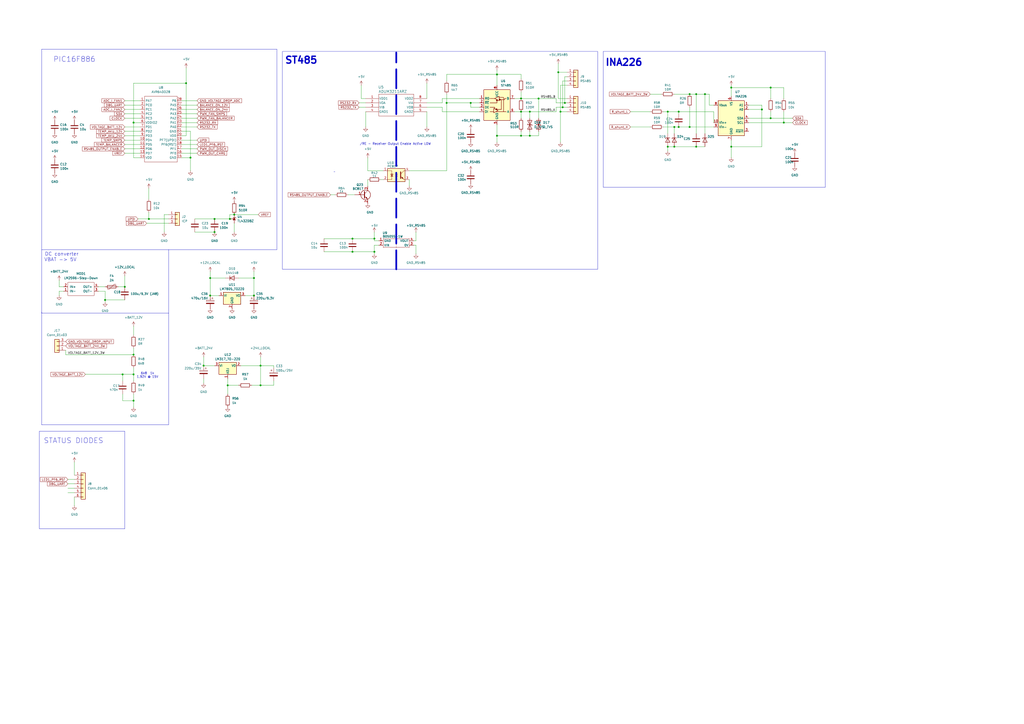
<source format=kicad_sch>
(kicad_sch (version 20231120) (generator "eeschema") (generator_version "8.0")
  (paper "A2")
  (junction (at 132.08 223.52))
  (junction (at 124.46 127))
  (junction (at 387.35 85.09))
  (junction (at 441.96 63.5))
  (junction (at 259.08 59.69))
  (junction (at 403.86 54.61))
  (junction (at 124.46 134.62))
  (junction (at 400.05 54.61))
  (junction (at 312.42 57.15))
  (junction (at 77.47 205.74))
  (junction (at 327.66 59.69))
  (junction (at 302.26 78.74))
  (junction (at 288.29 43.18))
  (junction (at 217.17 146.05))
  (junction (at 135.89 124.46))
  (junction (at 151.13 212.09))
  (junction (at 71.12 217.17))
  (junction (at 204.47 138.43))
  (junction (at 110.49 91.44))
  (junction (at 403.86 85.09))
  (junction (at 147.32 171.45))
  (junction (at 447.04 50.8))
  (junction (at 307.34 64.77))
  (junction (at 77.47 232.41))
  (junction (at 133.35 127))
  (junction (at 118.11 212.09))
  (junction (at 447.04 68.58))
  (junction (at 323.85 41.91))
  (junction (at 326.39 62.23))
  (junction (at 217.17 138.43))
  (junction (at 288.29 78.74))
  (junction (at 424.18 85.09))
  (junction (at 77.47 71.12))
  (junction (at 393.7 73.66))
  (junction (at 391.16 73.66))
  (junction (at 107.95 48.26))
  (junction (at 393.7 64.77))
  (junction (at 454.66 71.12))
  (junction (at 204.47 146.05))
  (junction (at 147.32 161.29))
  (junction (at 72.39 166.37))
  (junction (at 60.96 173.99))
  (junction (at 86.36 127))
  (junction (at 302.26 64.77))
  (junction (at 121.92 161.29))
  (junction (at 302.26 57.15))
  (junction (at 391.16 85.09))
  (junction (at 121.92 171.45))
  (junction (at 307.34 78.74))
  (junction (at 408.94 54.61))
  (junction (at 400.05 73.66))
  (junction (at 424.18 50.8))
  (junction (at 387.35 64.77))
  (junction (at 151.13 223.52))
  (junction (at 77.47 217.17))
  (junction (at 325.12 64.77))
  (junction (at 273.05 59.69))
  (wire (pts (xy 97.79 124.46) (xy 95.25 124.46)))
  (wire (pts (xy 259.08 59.69) (xy 273.05 59.69)))
  (wire (pts (xy 447.04 50.8) (xy 447.04 57.15)))
  (wire (pts (xy 34.29 171.45) (xy 34.29 168.91)))
  (wire (pts (xy 408.94 54.61) (xy 408.94 77.47)))
  (wire (pts (xy 81.28 86.36) (xy 72.39 86.36)))
  (wire (pts (xy 256.54 62.23) (xy 256.54 64.77)))
  (polyline (pts (xy 97.79 144.78) (xy 97.79 181.61)))
  (wire (pts (xy 424.18 49.53) (xy 424.18 50.8)))
  (wire (pts (xy 81.28 78.74) (xy 72.39 78.74)))
  (wire (pts (xy 71.12 217.17) (xy 77.47 217.17)))
  (wire (pts (xy 60.96 168.91) (xy 57.15 168.91)))
  (wire (pts (xy 147.32 171.45) (xy 147.32 161.29)))
  (wire (pts (xy 424.18 50.8) (xy 447.04 50.8)))
  (wire (pts (xy 411.48 54.61) (xy 408.94 54.61)))
  (wire (pts (xy 387.35 64.77) (xy 393.7 64.77)))
  (wire (pts (xy 77.47 232.41) (xy 77.47 236.22)))
  (wire (pts (xy 322.58 62.23) (xy 322.58 64.77)))
  (wire (pts (xy 298.45 57.15) (xy 302.26 57.15)))
  (wire (pts (xy 256.54 57.15) (xy 278.13 57.15)))
  (wire (pts (xy 241.3 139.7) (xy 241.3 134.62)))
  (polyline (pts (xy 160.655 28.575) (xy 160.655 144.78)))
  (wire (pts (xy 328.93 44.45) (xy 327.66 44.45)))
  (wire (pts (xy 447.04 68.58) (xy 459.74 68.58)))
  (wire (pts (xy 71.12 217.17) (xy 71.12 220.98)))
  (wire (pts (xy 77.47 213.36) (xy 77.47 217.17)))
  (wire (pts (xy 81.28 88.9) (xy 72.39 88.9)))
  (wire (pts (xy 328.93 62.23) (xy 326.39 62.23)))
  (wire (pts (xy 237.49 104.14) (xy 237.49 107.95)))
  (wire (pts (xy 325.12 82.55) (xy 325.12 64.77)))
  (wire (pts (xy 411.48 60.96) (xy 411.48 54.61)))
  (wire (pts (xy 71.12 228.6) (xy 71.12 232.41)))
  (wire (pts (xy 72.39 66.04) (xy 81.28 66.04)))
  (wire (pts (xy 201.93 113.03) (xy 205.74 113.03)))
  (wire (pts (xy 377.19 54.61) (xy 383.54 54.61)))
  (wire (pts (xy 114.3 86.36) (xy 105.41 86.36)))
  (wire (pts (xy 81.28 76.2) (xy 72.39 76.2)))
  (wire (pts (xy 43.18 288.29) (xy 43.18 293.37)))
  (wire (pts (xy 323.85 57.15) (xy 323.85 41.91)))
  (wire (pts (xy 132.08 223.52) (xy 132.08 228.6)))
  (wire (pts (xy 39.37 283.21) (xy 43.18 283.21)))
  (wire (pts (xy 312.42 76.2) (xy 312.42 78.74)))
  (wire (pts (xy 187.96 138.43) (xy 204.47 138.43)))
  (wire (pts (xy 302.26 64.77) (xy 307.34 64.77)))
  (wire (pts (xy 434.34 68.58) (xy 447.04 68.58)))
  (wire (pts (xy 72.39 160.02) (xy 72.39 166.37)))
  (wire (pts (xy 213.36 91.44) (xy 213.36 99.06)))
  (wire (pts (xy 391.16 73.66) (xy 393.7 73.66)))
  (polyline (pts (xy 97.79 144.78) (xy 160.655 144.78)))
  (wire (pts (xy 133.35 127) (xy 133.35 124.46)))
  (wire (pts (xy 387.35 64.77) (xy 387.35 77.47)))
  (wire (pts (xy 278.13 62.23) (xy 273.05 62.23)))
  (wire (pts (xy 302.26 53.34) (xy 302.26 57.15)))
  (wire (pts (xy 39.37 285.75) (xy 43.18 285.75)))
  (wire (pts (xy 325.12 49.53) (xy 328.93 49.53)))
  (polyline (pts (xy 97.79 246.38) (xy 97.79 181.61)))
  (wire (pts (xy 247.65 62.23) (xy 256.54 62.23)))
  (wire (pts (xy 105.41 78.74) (xy 107.95 78.74)))
  (wire (pts (xy 273.05 59.69) (xy 278.13 59.69)))
  (wire (pts (xy 247.65 48.26) (xy 247.65 57.15)))
  (wire (pts (xy 114.3 68.58) (xy 105.41 68.58)))
  (wire (pts (xy 217.17 138.43) (xy 217.17 134.62)))
  (wire (pts (xy 80.01 127) (xy 86.36 127)))
  (wire (pts (xy 322.58 59.69) (xy 322.58 57.15)))
  (wire (pts (xy 77.47 91.44) (xy 77.47 71.12)))
  (wire (pts (xy 391.16 85.09) (xy 403.86 85.09)))
  (wire (pts (xy 133.35 124.46) (xy 135.89 124.46)))
  (wire (pts (xy 139.7 212.09) (xy 151.13 212.09)))
  (wire (pts (xy 158.75 212.09) (xy 151.13 212.09)))
  (wire (pts (xy 434.34 63.5) (xy 441.96 63.5)))
  (wire (pts (xy 403.86 54.61) (xy 403.86 77.47)))
  (wire (pts (xy 312.42 57.15) (xy 312.42 68.58)))
  (wire (pts (xy 325.12 64.77) (xy 328.93 64.77)))
  (wire (pts (xy 146.05 223.52) (xy 151.13 223.52)))
  (wire (pts (xy 85.09 129.54) (xy 97.79 129.54)))
  (wire (pts (xy 391.16 54.61) (xy 400.05 54.61)))
  (wire (pts (xy 121.92 161.29) (xy 130.81 161.29)))
  (wire (pts (xy 204.47 146.05) (xy 217.17 146.05)))
  (wire (pts (xy 114.3 81.28) (xy 105.41 81.28)))
  (wire (pts (xy 208.28 62.23) (xy 212.09 62.23)))
  (wire (pts (xy 217.17 147.32) (xy 217.17 146.05)))
  (wire (pts (xy 77.47 217.17) (xy 77.47 220.98)))
  (wire (pts (xy 307.34 78.74) (xy 302.26 78.74)))
  (wire (pts (xy 110.49 76.2) (xy 105.41 76.2)))
  (wire (pts (xy 259.08 99.06) (xy 237.49 99.06)))
  (wire (pts (xy 124.46 212.09) (xy 118.11 212.09)))
  (wire (pts (xy 138.43 161.29) (xy 147.32 161.29)))
  (wire (pts (xy 77.47 71.12) (xy 77.47 48.26)))
  (wire (pts (xy 302.26 45.72) (xy 302.26 43.18)))
  (wire (pts (xy 414.02 60.96) (xy 411.48 60.96)))
  (wire (pts (xy 393.7 73.66) (xy 400.05 73.66)))
  (wire (pts (xy 217.17 146.05) (xy 217.17 142.24)))
  (wire (pts (xy 325.12 64.77) (xy 325.12 49.53)))
  (wire (pts (xy 220.98 104.14) (xy 222.25 104.14)))
  (wire (pts (xy 191.77 113.03) (xy 194.31 113.03)))
  (wire (pts (xy 434.34 71.12) (xy 454.66 71.12)))
  (wire (pts (xy 81.28 81.28) (xy 72.39 81.28)))
  (wire (pts (xy 77.47 228.6) (xy 77.47 232.41)))
  (wire (pts (xy 217.17 139.7) (xy 217.17 138.43)))
  (wire (pts (xy 247.65 59.69) (xy 256.54 59.69)))
  (wire (pts (xy 213.36 99.06) (xy 222.25 99.06)))
  (wire (pts (xy 86.36 109.22) (xy 86.36 115.57)))
  (wire (pts (xy 81.28 73.66) (xy 72.39 73.66)))
  (wire (pts (xy 105.41 91.44) (xy 110.49 91.44)))
  (wire (pts (xy 302.26 78.74) (xy 288.29 78.74)))
  (wire (pts (xy 34.29 168.91) (xy 36.83 168.91)))
  (wire (pts (xy 365.76 64.77) (xy 377.19 64.77)))
  (polyline (pts (xy 24.13 28.575) (xy 160.655 28.575)))
  (wire (pts (xy 81.28 63.5) (xy 72.39 63.5)))
  (wire (pts (xy 441.96 60.96) (xy 434.34 60.96)))
  (wire (pts (xy 328.93 46.99) (xy 326.39 46.99)))
  (wire (pts (xy 151.13 223.52) (xy 151.13 212.09)))
  (polyline (pts (xy 193.675 99.695) (xy 194.31 99.695)))
  (wire (pts (xy 247.65 73.66) (xy 247.65 64.77)))
  (wire (pts (xy 454.66 50.8) (xy 454.66 57.15)))
  (wire (pts (xy 403.86 54.61) (xy 400.05 54.61)))
  (wire (pts (xy 312.42 57.15) (xy 322.58 57.15)))
  (wire (pts (xy 107.95 39.37) (xy 107.95 48.26)))
  (wire (pts (xy 302.26 43.18) (xy 288.29 43.18)))
  (wire (pts (xy 323.85 41.91) (xy 323.85 36.83)))
  (wire (pts (xy 151.13 223.52) (xy 158.75 223.52)))
  (wire (pts (xy 77.47 189.23) (xy 77.47 194.31)))
  (wire (pts (xy 60.96 173.99) (xy 72.39 173.99)))
  (wire (pts (xy 105.41 63.5) (xy 114.3 63.5)))
  (wire (pts (xy 393.7 64.77) (xy 414.02 64.77)))
  (polyline (pts (xy 22.86 306.705) (xy 72.39 306.705)))
  (wire (pts (xy 158.75 213.36) (xy 158.75 212.09)))
  (wire (pts (xy 77.47 232.41) (xy 71.12 232.41)))
  (wire (pts (xy 81.28 60.96) (xy 72.39 60.96)))
  (wire (pts (xy 72.39 68.58) (xy 81.28 68.58)))
  (wire (pts (xy 81.28 58.42) (xy 72.39 58.42)))
  (wire (pts (xy 259.08 43.18) (xy 288.29 43.18)))
  (wire (pts (xy 81.28 91.44) (xy 77.47 91.44)))
  (wire (pts (xy 77.47 48.26) (xy 107.95 48.26)))
  (wire (pts (xy 110.49 91.44) (xy 110.49 76.2)))
  (wire (pts (xy 288.29 40.64) (xy 288.29 43.18)))
  (wire (pts (xy 132.08 223.52) (xy 132.08 219.71)))
  (wire (pts (xy 113.03 134.62) (xy 124.46 134.62)))
  (wire (pts (xy 241.3 147.32) (xy 241.3 142.24)))
  (wire (pts (xy 38.1 205.74) (xy 38.1 203.2)))
  (wire (pts (xy 365.76 73.66) (xy 377.19 73.66)))
  (wire (pts (xy 38.1 205.74) (xy 77.47 205.74)))
  (wire (pts (xy 113.03 127) (xy 124.46 127)))
  (wire (pts (xy 208.28 59.69) (xy 212.09 59.69)))
  (polyline (pts (xy 72.39 250.19) (xy 22.86 250.19)))
  (wire (pts (xy 454.66 64.77) (xy 454.66 71.12)))
  (wire (pts (xy 447.04 64.77) (xy 447.04 68.58)))
  (wire (pts (xy 447.04 50.8) (xy 454.66 50.8)))
  (wire (pts (xy 213.36 107.95) (xy 213.36 104.14)))
  (wire (pts (xy 86.36 127) (xy 97.79 127)))
  (wire (pts (xy 400.05 62.23) (xy 400.05 73.66)))
  (wire (pts (xy 424.18 81.28) (xy 424.18 85.09)))
  (wire (pts (xy 68.58 166.37) (xy 72.39 166.37)))
  (wire (pts (xy 118.11 212.09) (xy 118.11 207.01)))
  (wire (pts (xy 387.35 87.63) (xy 387.35 85.09)))
  (wire (pts (xy 323.85 41.91) (xy 328.93 41.91)))
  (wire (pts (xy 307.34 76.2) (xy 307.34 78.74)))
  (wire (pts (xy 302.26 64.77) (xy 302.26 68.58)))
  (wire (pts (xy 77.47 71.12) (xy 81.28 71.12)))
  (wire (pts (xy 36.83 166.37) (xy 34.29 166.37)))
  (wire (pts (xy 326.39 46.99) (xy 326.39 62.23)))
  (wire (pts (xy 127 171.45) (xy 121.92 171.45)))
  (wire (pts (xy 424.18 85.09) (xy 424.18 91.44)))
  (wire (pts (xy 151.13 212.09) (xy 151.13 207.01)))
  (wire (pts (xy 43.18 267.97) (xy 43.18 275.59)))
  (wire (pts (xy 114.3 73.66) (xy 105.41 73.66)))
  (wire (pts (xy 34.29 166.37) (xy 34.29 162.56)))
  (wire (pts (xy 204.47 138.43) (xy 217.17 138.43)))
  (wire (pts (xy 424.18 50.8) (xy 424.18 55.88)))
  (polyline (pts (xy 24.13 246.38) (xy 97.79 246.38)))
  (polyline (pts (xy 24.13 181.61) (xy 24.13 28.575)))
  (wire (pts (xy 209.55 57.15) (xy 209.55 49.53)))
  (wire (pts (xy 105.41 83.82) (xy 114.3 83.82)))
  (wire (pts (xy 288.29 43.18) (xy 288.29 49.53)))
  (wire (pts (xy 135.89 129.54) (xy 135.89 134.62)))
  (wire (pts (xy 121.92 171.45) (xy 121.92 161.29)))
  (wire (pts (xy 212.09 57.15) (xy 209.55 57.15)))
  (polyline (pts (xy 229.87 156.21) (xy 229.87 30.48)) (stroke (width 1) (type dash)))
  (wire (pts (xy 307.34 64.77) (xy 322.58 64.77)))
  (polyline (pts (xy 97.79 181.61) (xy 24.13 181.61)))
  (wire (pts (xy 60.96 173.99) (xy 60.96 175.26)))
  (wire (pts (xy 49.53 217.17) (xy 71.12 217.17)))
  (wire (pts (xy 138.43 223.52) (xy 132.08 223.52)))
  (wire (pts (xy 273.05 62.23) (xy 273.05 59.69)))
  (wire (pts (xy 424.18 85.09) (xy 441.96 85.09)))
  (wire (pts (xy 107.95 48.26) (xy 107.95 78.74)))
  (polyline (pts (xy 22.86 306.705) (xy 22.86 250.19)))
  (wire (pts (xy 219.71 139.7) (xy 217.17 139.7)))
  (wire (pts (xy 212.09 73.66) (xy 212.09 64.77)))
  (polyline (pts (xy 24.13 181.61) (xy 24.13 180.975)))
  (wire (pts (xy 147.32 161.29) (xy 147.32 157.48)))
  (wire (pts (xy 158.75 223.52) (xy 158.75 220.98)))
  (wire (pts (xy 298.45 64.77) (xy 302.26 64.77)))
  (wire (pts (xy 384.81 73.66) (xy 391.16 73.66)))
  (wire (pts (xy 124.46 127) (xy 133.35 127)))
  (wire (pts (xy 217.17 142.24) (xy 219.71 142.24)))
  (wire (pts (xy 135.89 124.46) (xy 149.86 124.46)))
  (wire (pts (xy 393.7 64.77) (xy 393.7 66.04)))
  (wire (pts (xy 384.81 64.77) (xy 387.35 64.77)))
  (wire (pts (xy 86.36 123.19) (xy 86.36 127)))
  (wire (pts (xy 454.66 71.12) (xy 459.74 71.12)))
  (wire (pts (xy 60.96 168.91) (xy 60.96 173.99)))
  (wire (pts (xy 95.25 124.46) (xy 95.25 134.62)))
  (wire (pts (xy 312.42 78.74) (xy 307.34 78.74)))
  (wire (pts (xy 259.08 46.99) (xy 259.08 43.18)))
  (wire (pts (xy 328.93 59.69) (xy 327.66 59.69)))
  (wire (pts (xy 400.05 73.66) (xy 414.02 73.66)))
  (wire (pts (xy 391.16 73.66) (xy 391.16 77.47)))
  (wire (pts (xy 110.49 99.06) (xy 110.49 91.44)))
  (wire (pts (xy 39.37 278.13) (xy 43.18 278.13)))
  (wire (pts (xy 327.66 44.45) (xy 327.66 59.69)))
  (wire (pts (xy 105.41 60.96) (xy 114.3 60.96)))
  (polyline (pts (xy 72.39 306.705) (xy 72.39 250.19)))
  (polyline (pts (xy 24.13 181.61) (xy 24.13 246.38)))
  (wire (pts (xy 408.94 54.61) (xy 403.86 54.61)))
  (wire (pts (xy 387.35 85.09) (xy 391.16 85.09)))
  (polyline (pts (xy 97.79 181.61) (xy 97.79 181.61)))
  (wire (pts (xy 441.96 85.09) (xy 441.96 63.5)))
  (wire (pts (xy 441.96 63.5) (xy 441.96 60.96)))
  (wire (pts (xy 81.28 83.82) (xy 72.39 83.82)))
  (wire (pts (xy 241.3 142.24) (xy 240.03 142.24)))
  (wire (pts (xy 142.24 171.45) (xy 147.32 171.45)))
  (wire (pts (xy 302.26 57.15) (xy 312.42 57.15)))
  (wire (pts (xy 256.54 59.69) (xy 256.54 57.15)))
  (wire (pts (xy 326.39 62.23) (xy 322.58 62.23)))
  (wire (pts (xy 256.54 64.77) (xy 278.13 64.77)))
  (polyline (pts (xy 24.13 144.78) (xy 97.79 144.78)))
  (wire (pts (xy 327.66 59.69) (xy 322.58 59.69)))
  (wire (pts (xy 403.86 85.09) (xy 408.94 85.09)))
  (wire (pts (xy 77.47 201.93) (xy 77.47 205.74)))
  (wire (pts (xy 414.02 64.77) (xy 414.02 71.12)))
  (wire (pts (xy 240.03 139.7) (xy 241.3 139.7)))
  (wire (pts (xy 259.08 59.69) (xy 259.08 99.06)))
  (wire (pts (xy 187.96 146.05) (xy 204.47 146.05)))
  (wire (pts (xy 259.08 54.61) (xy 259.08 59.69)))
  (wire (pts (xy 288.29 72.39) (xy 288.29 78.74)))
  (wire (pts (xy 328.93 57.15) (xy 323.85 57.15)))
  (wire (pts (xy 39.37 280.67) (xy 43.18 280.67)))
  (wire (pts (xy 105.41 66.04) (xy 114.3 66.04)))
  (wire (pts (xy 121.92 161.29) (xy 121.92 157.48)))
  (wire (pts (xy 114.3 58.42) (xy 105.41 58.42)))
  (wire (pts (xy 288.29 78.74) (xy 288.29 82.55)))
  (wire (pts (xy 57.15 166.37) (xy 60.96 166.37)))
  (wire (pts (xy 114.3 88.9) (xy 105.41 88.9)))
  (wire (pts (xy 302.26 76.2) (xy 302.26 78.74)))
  (wire (pts (xy 307.34 64.77) (xy 307.34 68.58)))
  (wire (pts (xy 114.3 71.12) (xy 105.41 71.12)))
  (wire (pts (xy 118.11 219.71) (xy 118.11 222.25)))
  (rectangle (start 163.83 29.845) (end 346.71 156.21))
  (rectangle (start 349.885 29.845) (end 478.79 108.585))
  (text "6k8  1k\n1,92V @ 15V" (at 85.598 217.678 0) (effects (font (size 1.27 1.27))))
  (text "INA226\n" (at 361.95 36.322 0) (effects (font (size 4 4) (thickness 0.8) (bold yes))))
  (text "PIC16F886" (at 43.18 34.544 0) (effects (font (size 3 3))))
  (text "ST485" (at 174.752 35.052 0) (effects (font (size 4 4) (thickness 0.8) (bold yes))))
  (text "DC converter\nVBAT -> 5V " (at 35.814 149.098 0) (effects (font (size 2 2))))
  (text "/RE - Receiver Output Enable Active LOW" (at 229.362 83.566 0) (effects (font (size 1.27 1.27))))
  (text "STATUS DIODES" (at 42.672 255.778 0) (effects (font (size 3 3))))
  (label "RS485_A" (at 313.69 64.77 0))
  (label "RS485_B" (at 313.69 57.15 0))
  (label "VOLTAGE_BATT_12V_3W" (at 39.37 205.74 0))
  (global_label "R_shunt_L" (shape input) (at 365.76 64.77 180) (property "Intersheetrefs" "${INTERSHEET_REFS}" (effects (hide yes))))
  (global_label "VOLTAGE_BATT_12V" (shape input) (at 49.53 217.17 180) (property "Intersheetrefs" "${INTERSHEET_REFS}" (effects (hide yes))))
  (global_label "TEMP_AKU_12V" (shape input) (at 72.39 76.2 180) (property "Intersheetrefs" "${INTERSHEET_REFS}" (effects (hide yes))))
  (global_label "PWM_FAN_SMPS" (shape input) (at 114.3 66.04 0) (property "Intersheetrefs" "${INTERSHEET_REFS}" (effects (hide yes))))
  (global_label "RS232_RX" (shape input) (at 208.28 59.69 180) (property "Intersheetrefs" "${INTERSHEET_REFS}" (effects (hide yes))))
  (global_label "ADC_I_FAN1" (shape input) (at 72.39 58.42 180) (property "Intersheetrefs" "${INTERSHEET_REFS}" (effects (hide yes))))
  (global_label "TEMP_AKU_24V" (shape input) (at 72.39 78.74 180) (property "Intersheetrefs" "${INTERSHEET_REFS}" (effects (hide yes))))
  (global_label "SDA" (shape input) (at 459.74 68.58 0) (property "Intersheetrefs" "${INTERSHEET_REFS}" (effects (hide yes))))
  (global_label "PWM_OUT_CHRG" (shape input) (at 114.3 88.9 0) (property "Intersheetrefs" "${INTERSHEET_REFS}" (effects (hide yes))))
  (global_label "SDA" (shape input) (at 72.39 66.04 180) (property "Intersheetrefs" "${INTERSHEET_REFS}" (effects (hide yes))))
  (global_label "R_shunt_H" (shape input) (at 365.76 73.66 180) (property "Intersheetrefs" "${INTERSHEET_REFS}" (effects (hide yes))))
  (global_label "VOLTAGE_BATT_12V" (shape input) (at 72.39 73.66 180) (property "Intersheetrefs" "${INTERSHEET_REFS}" (effects (hide yes))))
  (global_label "BALANCE_ON_12V" (shape input) (at 114.3 60.96 0) (property "Intersheetrefs" "${INTERSHEET_REFS}" (effects (hide yes))))
  (global_label "LED1_PF6_RST" (shape input) (at 39.37 278.13 180) (property "Intersheetrefs" "${INTERSHEET_REFS}" (effects (hide yes))))
  (global_label "GND_VOLTAGE_DROP_ADC" (shape input) (at 114.3 58.42 0) (property "Intersheetrefs" "${INTERSHEET_REFS}" (effects (hide yes))))
  (global_label "CLOCK" (shape input) (at 459.74 71.12 0) (property "Intersheetrefs" "${INTERSHEET_REFS}" (effects (hide yes))))
  (global_label "LED1_PF6_RST" (shape input) (at 114.3 83.82 0) (property "Intersheetrefs" "${INTERSHEET_REFS}" (effects (hide yes))))
  (global_label "TEMP_SMPS" (shape input) (at 72.39 81.28 180) (property "Intersheetrefs" "${INTERSHEET_REFS}" (effects (hide yes))))
  (global_label "RS485_OUTPUT_ENABLE" (shape input) (at 191.77 113.03 180) (property "Intersheetrefs" "${INTERSHEET_REFS}" (effects (hide yes))))
  (global_label "RS232_TX" (shape input) (at 208.28 62.23 180) (property "Intersheetrefs" "${INTERSHEET_REFS}" (effects (hide yes))))
  (global_label "DBG_UART" (shape input) (at 39.37 280.67 180) (property "Intersheetrefs" "${INTERSHEET_REFS}" (effects (hide yes))))
  (global_label "GND_VOLTAGE_DROP_INPUT" (shape input) (at 38.1 198.12 0) (property "Intersheetrefs" "${INTERSHEET_REFS}" (effects (hide yes))))
  (global_label "DBG_UART" (shape input) (at 72.39 60.96 180) (property "Intersheetrefs" "${INTERSHEET_REFS}" (effects (hide yes))))
  (global_label "VOLTAGE_BATT_24V_3W" (shape input) (at 377.19 54.61 180) (property "Intersheetrefs" "${INTERSHEET_REFS}" (effects (hide yes))))
  (global_label "ADC_I_FAN2" (shape input) (at 72.39 63.5 180) (property "Intersheetrefs" "${INTERSHEET_REFS}" (effects (hide yes))))
  (global_label "PWM_OUT_DISCH" (shape input) (at 114.3 86.36 0) (property "Intersheetrefs" "${INTERSHEET_REFS}" (effects (hide yes))))
  (global_label "CLOCK" (shape input) (at 72.39 68.58 180) (property "Intersheetrefs" "${INTERSHEET_REFS}" (effects (hide yes))))
  (global_label "UPDI" (shape input) (at 114.3 81.28 0) (property "Intersheetrefs" "${INTERSHEET_REFS}" (effects (hide yes))))
  (global_label "RS232_RX" (shape input) (at 114.3 71.12 0) (property "Intersheetrefs" "${INTERSHEET_REFS}" (effects (hide yes))))
  (global_label "BALANCE_ON_24V" (shape input) (at 114.3 63.5 0) (property "Intersheetrefs" "${INTERSHEET_REFS}" (effects (hide yes))))
  (global_label "RS232_TX" (shape input) (at 114.3 73.66 0) (property "Intersheetrefs" "${INTERSHEET_REFS}" (effects (hide yes))))
  (global_label "UPDI" (shape input) (at 80.01 127 180) (property "Intersheetrefs" "${INTERSHEET_REFS}" (effects (hide yes))))
  (global_label "DBG_UART" (shape input) (at 85.09 129.54 180) (property "Intersheetrefs" "${INTERSHEET_REFS}" (effects (hide yes))))
  (global_label "VOLTAGE_BATT_24V_3W" (shape input) (at 38.1 200.66 0) (property "Intersheetrefs" "${INTERSHEET_REFS}" (effects (hide yes))))
  (global_label "VREF" (shape input) (at 149.86 124.46 0) (property "Intersheetrefs" "${INTERSHEET_REFS}" (effects (hide yes))))
  (global_label "PWM_FAN_BALANCER" (shape input) (at 114.3 68.58 0) (property "Intersheetrefs" "${INTERSHEET_REFS}" (effects (hide yes))))
  (global_label "TEMP_BALANCER" (shape input) (at 72.39 83.82 180) (property "Intersheetrefs" "${INTERSHEET_REFS}" (effects (hide yes))))
  (global_label "VREF" (shape input) (at 72.39 88.9 180) (property "Intersheetrefs" "${INTERSHEET_REFS}" (effects (hide yes))))
  (global_label "RS485_OUTPUT_ENABLE" (shape input) (at 72.39 86.36 180) (property "Intersheetrefs" "${INTERSHEET_REFS}" (effects (hide yes))))
  (symbol (lib_id "Transistor_BJT:BC817") (at 210.82 113.03 0) (unit 1)
    (property "Reference" "Q23" (at 206.756 107.188 0) (effects (justify left)))
    (property "Value" "BC817" (at 204.47 109.474 0) (effects (justify left)))
    (property "Footprint" "Package_TO_SOT_SMD:SOT-23" (effects (hide yes)))
    (property "Datasheet" "http://www.fairchildsemi.com/ds/BC/BC817.pdf" (effects (hide yes)))
  )
  (symbol (lib_id "power:GND") (at 31.75 77.47 0) (unit 1)
    (property "Reference" "#PWR056" (effects (hide yes)))
    (property "Value" "GND" (at 31.75 82.55 0))
    (property "Description" "Power symbol creates a global label with name \"GND\" , ground" (effects (hide yes)))
  )
  (symbol (lib_id "power:GND") (at 132.08 236.22 0) (unit 1)
    (property "Reference" "#PWR089" (effects (hide yes)))
    (property "Value" "GND" (at 132.08 241.3 0))
    (property "Description" "Power symbol creates a global label with name \"GND\" , ground" (effects (hide yes)))
  )
  (symbol (lib_id "Device:C") (at 72.39 170.18 0) (unit 1)
    (property "Reference" "C18" (at 66.04 169.418 0) (effects (justify left)))
    (property "Value" "100u/6,3V (JA8)" (at 75.692 170.434 0) (effects (justify left)))
    (property "Footprint" "Capacitor_Tantalum_SMD:CP_EIA-3528-21_Kemet-B" (effects (hide yes)))
    (property "Description" "VISHAY TMCU SMD CODE JA8" (effects (hide yes)))
  )
  (symbol (lib_id "Device:R") (at 447.04 60.96 0) (unit 1)
    (property "Reference" "R54" (at 449.58 59.6899 0) (effects (justify left)))
    (property "Value" "10k" (at 449.58 62.2299 0) (effects (justify left)))
    (property "Footprint" "Resistor_SMD:R_0805_2012Metric_Pad1.20x1.40mm_HandSolder" (effects (hide yes)))
    (property "Description" "Resistor" (effects (hide yes)))
  )
  (symbol (lib_id "Device:R") (at 77.47 209.55 0) (unit 1)
    (property "Reference" "R48" (at 80.01 208.2799 0) (effects (justify left)))
    (property "Value" "6k8" (at 80.01 210.8199 0) (effects (justify left)))
    (property "Footprint" "Resistor_SMD:R_0805_2012Metric_Pad1.20x1.40mm_HandSolder" (effects (hide yes)))
    (property "Description" "Resistor" (effects (hide yes)))
  )
  (symbol (lib_id "Device:R") (at 259.08 50.8 0) (unit 1)
    (property "Reference" "R65" (at 261.62 49.5299 0) (effects (justify left)))
    (property "Value" "4k7" (at 261.62 52.0699 0) (effects (justify left)))
    (property "Footprint" "Resistor_SMD:R_0805_2012Metric_Pad1.20x1.40mm_HandSolder" (effects (hide yes)))
    (property "Description" "Resistor" (effects (hide yes)))
  )
  (symbol (lib_id "power:+5V") (at 43.18 267.97 0) (unit 1)
    (property "Reference" "#PWR086" (effects (hide yes)))
    (property "Value" "+5V" (at 43.18 262.89 0))
    (property "Description" "Power symbol creates a global label with name \"+5V\"" (effects (hide yes)))
  )
  (symbol (lib_id "Device:R") (at 400.05 58.42 180) (unit 1)
    (property "Reference" "R26" (at 394.208 57.15 0) (effects (justify right)))
    (property "Value" "0R" (at 394.208 59.69 0) (effects (justify right)))
    (property "Footprint" "Resistor_SMD:R_0805_2012Metric_Pad1.20x1.40mm_HandSolder" (effects (hide yes)))
    (property "Description" "Resistor" (effects (hide yes)))
  )
  (symbol (lib_id "power:GND") (at 134.62 179.07 0) (unit 1)
    (property "Reference" "#PWR060" (effects (hide yes)))
    (property "Value" "GND" (at 134.62 184.15 0))
    (property "Description" "Power symbol creates a global label with name \"GND\" , ground" (effects (hide yes)))
  )
  (symbol (lib_id "power:GND") (at 387.35 87.63 0) (unit 1)
    (property "Reference" "#PWR067" (effects (hide yes)))
    (property "Value" "GND" (at 387.35 92.71 0))
    (property "Description" "Power symbol creates a global label with name \"GND\" , ground" (effects (hide yes)))
  )
  (symbol (lib_id "Diode:PTVS5V0Z1USK") (at 408.94 81.28 90) (mirror x) (unit 1)
    (property "Reference" "D25" (at 410.464 79.248 90) (effects (justify right)))
    (property "Value" "PTVS5V0Z1USK" (effects (hide yes)))
    (property "Footprint" "Diode_SMD:D_SOD-123" (effects (hide yes)))
    (property "Datasheet" "https://assets.nexperia.com/documents/data-sheet/PTVS5V0Z1USK.pdf" (effects (hide yes)))
    (property "Description" "5V, 1200W TVS unidirectional diode, DSN1608-2" (effects (hide yes)))
  )
  (symbol (lib_id "power:GND") (at 288.29 82.55 0) (unit 1)
    (property "Reference" "#PWR077" (effects (hide yes)))
    (property "Value" "GND_RS485" (at 288.29 87.63 0))
    (property "Description" "Power symbol creates a global label with name \"GND\" , ground" (effects (hide yes)))
  )
  (symbol (lib_id "power:GND") (at 95.25 134.62 0) (unit 1)
    (property "Reference" "#PWR054" (effects (hide yes)))
    (property "Value" "GND" (at 95.25 139.7 0))
    (property "Description" "Power symbol creates a global label with name \"GND\" , ground" (effects (hide yes)))
  )
  (symbol (lib_id "Reference_Voltage:TL432DBZ") (at 135.89 127 90) (unit 1)
    (property "Reference" "U4" (at 137.668 125.7878 90) (effects (justify right)))
    (property "Value" "TL432DBZ" (at 137.668 128.2121 90) (effects (justify right)))
    (property "Footprint" "Package_TO_SOT_SMD:SOT-23" (effects (hide yes)))
    (property "Datasheet" "http://www.ti.com/lit/ds/symlink/tl431.pdf" (effects (hide yes)))
    (property "Description" "Shunt Regulator, SOT-23" (effects (hide yes)))
  )
  (symbol (lib_id "power:GND") (at 213.36 118.11 0) (unit 1)
    (property "Reference" "#PWR0110" (effects (hide yes)))
    (property "Value" "GND" (at 214.63 123.19 0))
    (property "Description" "Power symbol creates a global label with name \"GND\" , ground" (effects (hide yes)))
  )
  (symbol (lib_id "My-Lib:B0505S-1W") (at 229.87 140.97 0) (unit 1)
    (property "Reference" "U9" (at 223.266 135.128 0))
    (property "Value" "B0505S-1W" (at 227.838 137.16 0))
    (property "Footprint" "My-Footprints:B0505S" (effects (hide yes)))
  )
  (symbol (lib_id "Device:R") (at 454.66 60.96 0) (unit 1)
    (property "Reference" "R55" (at 457.2 59.6899 0) (effects (justify left)))
    (property "Value" "10k" (at 457.2 62.2299 0) (effects (justify left)))
    (property "Footprint" "Resistor_SMD:R_0805_2012Metric_Pad1.20x1.40mm_HandSolder" (effects (hide yes)))
    (property "Description" "Resistor" (effects (hide yes)))
  )
  (symbol (lib_id "Connector_Generic:Conn_01x03") (at 102.87 127 0) (unit 1)
    (property "Reference" "J2" (at 105.41 125.7299 0) (effects (justify left)))
    (property "Value" "ICP" (at 105.41 128.2699 0) (effects (justify left)))
    (property "Footprint" "Connector_PinHeader_2.54mm:PinHeader_1x03_P2.54mm_Vertical" (effects (hide yes)))
    (property "Description" "Generic connector, single row, 01x03, script generated (kicad-library-utils/schlib/autogen/connector/)" (effects (hide yes)))
  )
  (symbol (lib_id "Interface_UART:ST485EBDR") (at 288.29 59.69 0) (unit 1)
    (property "Reference" "U6" (at 290.4841 46.99 0) (effects (justify left)))
    (property "Value" "ST485" (at 290.4841 49.53 0) (effects (justify left)))
    (property "Footprint" "Package_SO:SOIC-8_3.9x4.9mm_P1.27mm" (effects (hide yes)))
    (property "Datasheet" "http://www.st.com/resource/en/datasheet/st485eb.pdf" (effects (hide yes)))
    (property "Description" "Half duplex RS-485/RS-422, 5 Mbps, ±15kV electro-static discharge (ESD) protection, no slew-rate, with low-power shutdown, with receiver/driver enable, 256 transceiver on the bus - 40 to 85 °C, SOIC-8" (effects (hide yes)))
  )
  (symbol (lib_id "power:GND") (at 118.11 222.25 0) (unit 1)
    (property "Reference" "#PWR0117" (effects (hide yes)))
    (property "Value" "GND" (at 118.11 227.33 0))
    (property "Description" "Power symbol creates a global label with name \"GND\" , ground" (effects (hide yes)))
  )
  (symbol (lib_id "power:GND") (at 110.49 99.06 0) (unit 1)
    (property "Reference" "#PWR062" (effects (hide yes)))
    (property "Value" "GND" (at 110.49 104.14 0))
    (property "Description" "Power symbol creates a global label with name \"GND\" , ground" (effects (hide yes)))
  )
  (symbol (lib_id "Device:C") (at 31.75 73.66 0) (unit 1)
    (property "Reference" "C16" (at 34.798 72.39 0) (effects (justify left)))
    (property "Value" "100n" (at 34.798 74.93 0) (effects (justify left)))
    (property "Footprint" "Capacitor_SMD:C_0805_2012Metric_Pad1.18x1.45mm_HandSolder" (effects (hide yes)))
    (property "Description" "Unpolarized capacitor" (effects (hide yes)))
  )
  (symbol (lib_id "Device:C_Polarized") (at 158.75 217.17 0) (unit 1)
    (property "Reference" "C33" (at 160.02 212.344 0) (effects (justify left)))
    (property "Value" "100u/25V" (at 160.02 214.884 0) (effects (justify left)))
    (property "Footprint" "Capacitor_THT:CP_Radial_D8.0mm_P2.50mm" (effects (hide yes)))
    (property "Description" "Polarized capacitor" (effects (hide yes)))
  )
  (symbol (lib_id "Device:R") (at 381 73.66 90) (unit 1)
    (property "Reference" "R59" (at 381 68.4995 90))
    (property "Value" "10R" (at 381 70.9238 90))
    (property "Footprint" "Resistor_SMD:R_0805_2012Metric_Pad1.20x1.40mm_HandSolder" (effects (hide yes)))
    (property "Description" "Resistor" (effects (hide yes)))
  )
  (symbol (lib_id "power:GND") (at 461.01 96.52 0) (unit 1)
    (property "Reference" "#PWR075" (effects (hide yes)))
    (property "Value" "GND" (at 461.01 101.6 0))
    (property "Description" "Power symbol creates a global label with name \"GND\" , ground" (effects (hide yes)))
  )
  (symbol (lib_id "power:GND") (at 237.49 107.95 0) (unit 1)
    (property "Reference" "#PWR0111" (effects (hide yes)))
    (property "Value" "GND_RS485" (at 237.236 112.014 0))
    (property "Description" "Power symbol creates a global label with name \"GND\" , ground" (effects (hide yes)))
  )
  (symbol (lib_id "power:+5V") (at 147.32 157.48 0) (unit 1)
    (property "Reference" "#PWR070" (effects (hide yes)))
    (property "Value" "+5V" (at 147.32 152.4 0))
    (property "Description" "Power symbol creates a global label with name \"+5V\"" (effects (hide yes)))
  )
  (symbol (lib_id "power:+5V") (at 135.89 116.84 0) (unit 1)
    (property "Reference" "#PWR028" (effects (hide yes)))
    (property "Value" "+5V" (at 135.89 111.76 0))
    (property "Description" "Power symbol creates a global label with name \"+5V\"" (effects (hide yes)))
  )
  (symbol (lib_id "Device:R") (at 217.17 104.14 90) (unit 1)
    (property "Reference" "R42" (at 217.17 100.33 90))
    (property "Value" "1k" (at 217.17 102.108 90))
    (property "Footprint" "Resistor_SMD:R_0805_2012Metric_Pad1.20x1.40mm_HandSolder" (effects (hide yes)))
    (property "Description" "Resistor" (effects (hide yes)))
  )
  (symbol (lib_id "Device:C") (at 43.18 73.66 0) (unit 1)
    (property "Reference" "C4" (at 46.228 72.39 0) (effects (justify left)))
    (property "Value" "10u" (at 46.228 74.93 0) (effects (justify left)))
    (property "Footprint" "Capacitor_SMD:C_0805_2012Metric_Pad1.18x1.45mm_HandSolder" (effects (hide yes)))
    (property "Description" "Unpolarized capacitor" (effects (hide yes)))
  )
  (symbol (lib_id "power:GND") (at 124.46 134.62 0) (unit 1)
    (property "Reference" "#PWR064" (effects (hide yes)))
    (property "Value" "GND" (at 124.46 139.7 0))
    (property "Description" "Power symbol creates a global label with name \"GND\" , ground" (effects (hide yes)))
  )
  (symbol (lib_id "Device:C") (at 403.86 81.28 0) (unit 1)
    (property "Reference" "C25" (at 396.494 80.518 0) (effects (justify left)))
    (property "Value" "100n" (at 455.422 86.36 0) (effects (justify left)))
    (property "Footprint" "Resistor_SMD:R_0805_2012Metric_Pad1.20x1.40mm_HandSolder" (effects (hide yes)))
    (property "Description" "Unpolarized capacitor" (effects (hide yes)))
  )
  (symbol (lib_id "power:+5V") (at 86.36 109.22 0) (unit 1)
    (property "Reference" "#PWR013" (effects (hide yes)))
    (property "Value" "+5V" (at 86.36 104.14 0))
    (property "Description" "Power symbol creates a global label with name \"+5V\"" (effects (hide yes)))
  )
  (symbol (lib_id "Device:R") (at 77.47 224.79 0) (unit 1)
    (property "Reference" "R49" (at 80.01 223.5199 0) (effects (justify left)))
    (property "Value" "1k" (at 80.01 226.0599 0) (effects (justify left)))
    (property "Footprint" "Resistor_SMD:R_0805_2012Metric_Pad1.20x1.40mm_HandSolder" (effects (hide yes)))
    (property "Description" "Resistor" (effects (hide yes)))
  )
  (symbol (lib_id "power:GND") (at 60.96 175.26 0) (unit 1)
    (property "Reference" "#PWR069" (effects (hide yes)))
    (property "Value" "GND" (at 60.96 180.34 0))
    (property "Description" "Power symbol creates a global label with name \"GND\" , ground" (effects (hide yes)))
  )
  (symbol (lib_id "Regulator_Linear:LM317_TO-220") (at 132.08 212.09 0) (unit 1)
    (property "Reference" "U12" (at 132.08 205.74 0))
    (property "Value" "LM317_TO-220" (at 132.08 208.28 0))
    (property "Footprint" "My-Footprints:TO-220-3_Vertical-little-bigger pads" (effects (hide yes)))
    (property "Datasheet" "http://www.ti.com/lit/ds/symlink/lm317.pdf" (effects (hide yes)))
    (property "Description" "1.5A 35V Adjustable Linear Regulator, TO-220" (effects (hide yes)))
  )
  (symbol (lib_id "power:+5V") (at 121.92 157.48 0) (unit 1)
    (property "Reference" "#PWR083" (effects (hide yes)))
    (property "Value" "+12V_LOCAL" (at 121.92 152.4 0))
    (property "Description" "Power symbol creates a global label with name \"+5V\"" (effects (hide yes)))
  )
  (symbol (lib_id "power:GND") (at 424.18 91.44 0) (unit 1)
    (property "Reference" "#PWR079" (effects (hide yes)))
    (property "Value" "GND" (at 424.18 96.52 0))
    (property "Description" "Power symbol creates a global label with name \"GND\" , ground" (effects (hide yes)))
  )
  (symbol (lib_id "power:+5V") (at 72.39 160.02 0) (unit 1)
    (property "Reference" "#PWR082" (effects (hide yes)))
    (property "Value" "+12V_LOCAL" (at 72.39 154.94 0))
    (property "Description" "Power symbol creates a global label with name \"+5V\"" (effects (hide yes)))
  )
  (symbol (lib_id "power:GND") (at 217.17 147.32 0) (unit 1)
    (property "Reference" "#PWR0108" (effects (hide yes)))
    (property "Value" "GND" (at 217.17 152.4 0))
    (property "Description" "Power symbol creates a global label with name \"GND\" , ground" (effects (hide yes)))
  )
  (symbol (lib_id "power:GND") (at 135.89 134.62 0) (unit 1)
    (property "Reference" "#PWR016" (effects (hide yes)))
    (property "Value" "GND" (at 135.89 139.7 0))
    (property "Description" "Power symbol creates a global label with name \"GND\" , ground" (effects (hide yes)))
  )
  (symbol (lib_id "Device:R") (at 198.12 113.03 90) (unit 1)
    (property "Reference" "R64" (at 198.12 109.22 90))
    (property "Value" "1k" (at 198.12 110.998 90))
    (property "Footprint" "Resistor_SMD:R_0805_2012Metric_Pad1.20x1.40mm_HandSolder" (effects (hide yes)))
    (property "Description" "Resistor" (effects (hide yes)))
  )
  (symbol (lib_id "power:+5V") (at 213.36 91.44 0) (unit 1)
    (property "Reference" "#PWR0109" (effects (hide yes)))
    (property "Value" "+5V" (at 213.36 86.36 0))
    (property "Description" "Power symbol creates a global label with name \"+5V\"" (effects (hide yes)))
  )
  (symbol (lib_id "Device:R") (at 302.26 72.39 0) (unit 1)
    (property "Reference" "R53" (at 295.91 71.628 0) (effects (justify left)))
    (property "Value" "510R" (at 295.91 73.66 0) (effects (justify left)))
    (property "Footprint" "Resistor_SMD:R_0805_2012Metric_Pad1.20x1.40mm_HandSolder" (effects (hide yes)))
    (property "Description" "Resistor" (effects (hide yes)))
  )
  (symbol (lib_id "Device:C_Polarized") (at 118.11 215.9 0) (mirror y) (unit 1)
    (property "Reference" "C34" (at 116.84 211.074 0) (effects (justify left)))
    (property "Value" "220u/35V" (at 116.84 213.614 0) (effects (justify left)))
    (property "Footprint" "Capacitor_THT:CP_Radial_D8.0mm_P2.50mm" (effects (hide yes)))
    (property "Description" "Polarized capacitor" (effects (hide yes)))
  )
  (symbol (lib_id "Device:R") (at 302.26 60.96 0) (unit 1)
    (property "Reference" "R52" (at 304.8 59.6899 0) (effects (justify left)))
    (property "Value" "120R" (at 304.8 62.2299 0) (effects (justify left)))
    (property "Footprint" "Resistor_SMD:R_0805_2012Metric_Pad1.20x1.40mm_HandSolder" (effects (hide yes)))
    (property "Description" "Resistor" (effects (hide yes)))
  )
  (symbol (lib_id "power:GND") (at 273.05 82.55 0) (unit 1)
    (property "Reference" "#PWR073" (effects (hide yes)))
    (property "Value" "GND_RS485" (at 273.05 87.63 0))
    (property "Description" "Power symbol creates a global label with name \"GND\" , ground" (effects (hide yes)))
  )
  (symbol (lib_id "Device:C") (at 273.05 102.87 0) (unit 1)
    (property "Reference" "C32" (at 265.43 101.854 0) (effects (justify left)))
    (property "Value" "100n" (at 265.43 104.14 0) (effects (justify left)))
    (property "Footprint" "Capacitor_SMD:C_0805_2012Metric_Pad1.18x1.45mm_HandSolder" (effects (hide yes)))
    (property "Description" "Unpolarized capacitor" (effects (hide yes)))
  )
  (symbol (lib_id "power:GND") (at 43.18 293.37 0) (unit 1)
    (property "Reference" "#PWR050" (effects (hide yes)))
    (property "Value" "GND" (at 43.18 298.45 0))
    (property "Description" "Power symbol creates a global label with name \"GND\" , ground" (effects (hide yes)))
  )
  (symbol (lib_id "power:GND") (at 121.92 179.07 0) (unit 1)
    (property "Reference" "#PWR0119" (effects (hide yes)))
    (property "Value" "GND" (at 121.92 184.15 0))
    (property "Description" "Power symbol creates a global label with name \"GND\" , ground" (effects (hide yes)))
  )
  (symbol (lib_id "Device:R") (at 77.47 198.12 0) (unit 1)
    (property "Reference" "R27" (at 80.01 196.8499 0) (effects (justify left)))
    (property "Value" "0R" (at 80.01 199.3899 0) (effects (justify left)))
    (property "Footprint" "Resistor_SMD:R_0805_2012Metric_Pad1.20x1.40mm_HandSolder" (effects (hide yes)))
    (property "Description" "Resistor" (effects (hide yes)))
  )
  (symbol (lib_id "Device:D_TVS") (at 312.42 72.39 90) (unit 1)
    (property "Reference" "D17" (at 314.96 71.1199 90) (effects (justify right)))
    (property "Value" "D_TVS" (at 314.96 73.6599 90) (effects (justify right)))
    (property "Footprint" "Diode_SMD:Nexperia_CFP3_SOD-123W" (effects (hide yes)))
    (property "Description" "Bidirectional transient-voltage-suppression diode" (effects (hide yes)))
  )
  (symbol (lib_id "power:+5V") (at 273.05 74.93 0) (unit 1)
    (property "Reference" "#PWR072" (effects (hide yes)))
    (property "Value" "+5V_RS485" (at 273.05 69.85 0))
    (property "Description" "Power symbol creates a global label with name \"+5V\"" (effects (hide yes)))
  )
  (symbol (lib_id "My-Lib:ADUM3211ARZ") (at 219.71 54.61 0) (unit 1)
    (property "Reference" "U5" (at 220.98 50.546 0) (effects (font (size 1.524 1.524))))
    (property "Value" "ADUM3211ARZ" (at 227.838 53.086 0) (effects (font (size 1.524 1.524))))
    (property "Footprint" "Package_SO:SO-8_3.9x4.9mm_P1.27mm" (effects (hide yes)))
    (property "Datasheet" "ADUM3211ARZ" (effects (hide yes)))
  )
  (symbol (lib_id "Device:C") (at 204.47 142.24 0) (unit 1)
    (property "Reference" "C13" (at 196.85 141.224 0) (effects (justify left)))
    (property "Value" "100n" (at 196.85 143.51 0) (effects (justify left)))
    (property "Footprint" "Capacitor_SMD:C_0805_2012Metric_Pad1.18x1.45mm_HandSolder" (effects (hide yes)))
    (property "Description" "Unpolarized capacitor" (effects (hide yes)))
  )
  (symbol (lib_id "Isolator:PC817") (at 229.87 101.6 0) (unit 1)
    (property "Reference" "U10" (at 226.568 94.488 0))
    (property "Value" "PC817" (at 227.838 96.52 0))
    (property "Footprint" "Package_DIP:DIP-4_W7.62mm" (effects (hide yes)))
    (property "Datasheet" "http://www.soselectronic.cz/a_info/resource/d/pc817.pdf" (effects (hide yes)))
    (property "Description" "DC Optocoupler, Vce 35V, CTR 50-300%, DIP-4" (effects (hide yes)))
  )
  (symbol (lib_id "Device:R") (at 387.35 54.61 90) (unit 1)
    (property "Reference" "R41" (at 387.35 49.4495 90))
    (property "Value" "10R" (at 387.35 51.8738 90))
    (property "Footprint" "Resistor_SMD:R_0805_2012Metric_Pad1.20x1.40mm_HandSolder" (effects (hide yes)))
    (property "Description" "Resistor" (effects (hide yes)))
  )
  (symbol (lib_id "Device:Polyfuse") (at 64.77 166.37 90) (unit 1)
    (property "Reference" "F4" (at 64.77 160.02 90))
    (property "Value" "2A" (at 64.77 162.56 90))
    (property "Footprint" "Fuse:Fuse_2920_7451Metric_Pad2.10x5.45mm_HandSolder" (effects (hide yes)))
    (property "Description" "Resettable fuse, polymeric positive temperature coefficient" (effects (hide yes)))
  )
  (symbol (lib_id "power:GND") (at 31.75 100.33 0) (unit 1)
    (property "Reference" "#PWR030" (effects (hide yes)))
    (property "Value" "GND" (at 31.75 105.41 0))
    (property "Description" "Power symbol creates a global label with name \"GND\" , ground" (effects (hide yes)))
  )
  (symbol (lib_id "Device:C_Polarized") (at 121.92 175.26 0) (mirror y) (unit 1)
    (property "Reference" "C36" (at 120.65 170.434 0) (effects (justify left)))
    (property "Value" "470u/16V" (at 120.65 172.974 0) (effects (justify left)))
    (property "Footprint" "Capacitor_THT:CP_Radial_D8.0mm_P2.50mm" (effects (hide yes)))
    (property "Description" "Polarized capacitor" (effects (hide yes)))
  )
  (symbol (lib_id "Diode:1N4148") (at 134.62 161.29 0) (unit 1)
    (property "Reference" "D10" (at 134.62 155.8755 0))
    (property "Value" "1N4148" (at 134.62 158.2998 0))
    (property "Footprint" "Diode_SMD:D_MiniMELF" (effects (hide yes)))
    (property "Datasheet" "https://assets.nexperia.com/documents/data-sheet/1N4148_1N4448.pdf" (effects (hide yes)))
    (property "Description" "100V 0.15A standard switching diode, DO-35" (effects (hide yes)))
    (property "Sim.Device" "D" (effects (hide yes)))
    (property "Sim.Pins" "1=K 2=A" (effects (hide yes)))
  )
  (symbol (lib_id "power:+5V") (at 31.75 92.71 0) (unit 1)
    (property "Reference" "#PWR023" (effects (hide yes)))
    (property "Value" "+5V" (at 31.75 87.63 0))
    (property "Description" "Power symbol creates a global label with name \"+5V\"" (effects (hide yes)))
  )
  (symbol (lib_id "power:+5V") (at 209.55 49.53 0) (unit 1)
    (property "Reference" "#PWR0106" (effects (hide yes)))
    (property "Value" "+5V" (at 209.55 44.45 0))
    (property "Description" "Power symbol creates a global label with name \"+5V\"" (effects (hide yes)))
  )
  (symbol (lib_id "power:+5V") (at 288.29 40.64 0) (unit 1)
    (property "Reference" "#PWR076" (effects (hide yes)))
    (property "Value" "+5V_RS485" (at 288.29 35.56 0))
    (property "Description" "Power symbol creates a global label with name \"+5V\"" (effects (hide yes)))
  )
  (symbol (lib_id "power:GND") (at 212.09 73.66 0) (unit 1)
    (property "Reference" "#PWR0102" (effects (hide yes)))
    (property "Value" "GND" (at 212.09 78.74 0))
    (property "Description" "Power symbol creates a global label with name \"GND\" , ground" (effects (hide yes)))
  )
  (symbol (lib_id "power:GND") (at 43.18 77.47 0) (unit 1)
    (property "Reference" "#PWR022" (effects (hide yes)))
    (property "Value" "GND" (at 43.18 82.55 0))
    (property "Description" "Power symbol creates a global label with name \"GND\" , ground" (effects (hide yes)))
  )
  (symbol (lib_id "Device:R") (at 132.08 232.41 0) (unit 1)
    (property "Reference" "R56" (at 134.62 231.1399 0) (effects (justify left)))
    (property "Value" "1k" (at 134.62 233.6799 0) (effects (justify left)))
    (property "Footprint" "Resistor_SMD:R_0805_2012Metric_Pad1.20x1.40mm_HandSolder" (effects (hide yes)))
    (property "Description" "Resistor" (effects (hide yes)))
  )
  (symbol (lib_id "power:GND") (at 241.3 147.32 0) (unit 1)
    (property "Reference" "#PWR0104" (effects (hide yes)))
    (property "Value" "GND_RS485" (at 241.3 152.4 0))
    (property "Description" "Power symbol creates a global label with name \"GND\" , ground" (effects (hide yes)))
  )
  (symbol (lib_id "Device:R") (at 381 64.77 90) (unit 1)
    (property "Reference" "R58" (at 381 59.6095 90))
    (property "Value" "10R" (at 381 62.0338 90))
    (property "Footprint" "Resistor_SMD:R_0805_2012Metric_Pad1.20x1.40mm_HandSolder" (effects (hide yes)))
    (property "Description" "Resistor" (effects (hide yes)))
  )
  (symbol (lib_id "power:GND") (at 77.47 236.22 0) (unit 1)
    (property "Reference" "#PWR058" (effects (hide yes)))
    (property "Value" "GND" (at 77.47 241.3 0))
    (property "Description" "Power symbol creates a global label with name \"GND\" , ground" (effects (hide yes)))
  )
  (symbol (lib_id "Device:C") (at 71.12 224.79 0) (unit 1)
    (property "Reference" "C17" (at 65.532 223.774 0) (effects (justify left)))
    (property "Value" "470n" (at 63.5 226.06 0) (effects (justify left)))
    (property "Footprint" "Capacitor_SMD:C_0805_2012Metric_Pad1.18x1.45mm_HandSolder" (effects (hide yes)))
    (property "Description" "Unpolarized capacitor" (effects (hide yes)))
  )
  (symbol (lib_id "Device:C") (at 31.75 96.52 0) (unit 1)
    (property "Reference" "C12" (at 34.798 95.25 0) (effects (justify left)))
    (property "Value" "100n" (at 34.798 97.79 0) (effects (justify left)))
    (property "Footprint" "Capacitor_SMD:C_0805_2012Metric_Pad1.18x1.45mm_HandSolder" (effects (hide yes)))
    (property "Description" "Unpolarized capacitor" (effects (hide yes)))
  )
  (symbol (lib_id "power:+5V") (at 241.3 134.62 0) (unit 1)
    (property "Reference" "#PWR0105" (effects (hide yes)))
    (property "Value" "+5V_RS485" (at 241.3 130.81 0))
    (property "Description" "Power symbol creates a global label with name \"+5V\"" (effects (hide yes)))
  )
  (symbol (lib_id "Device:C") (at 273.05 78.74 0) (unit 1)
    (property "Reference" "C20" (at 265.43 77.724 0) (effects (justify left)))
    (property "Value" "100n" (at 265.43 80.01 0) (effects (justify left)))
    (property "Footprint" "Capacitor_SMD:C_0805_2012Metric_Pad1.18x1.45mm_HandSolder" (effects (hide yes)))
    (property "Description" "Unpolarized capacitor" (effects (hide yes)))
  )
  (symbol (lib_id "Connector_Generic:Conn_01x04") (at 334.01 44.45 0) (unit 1)
    (property "Reference" "J9" (at 336.55 44.4499 0) (effects (justify left)))
    (property "Value" "RS485" (at 336.55 46.9899 0) (effects (justify left)))
    (property "Footprint" "My-Footprints-connectors:Conn-01x04-N25-W4P" (effects (hide yes)))
    (property "Description" "Generic connector, single row, 01x04, script generated (kicad-library-utils/schlib/autogen/connector/)" (effects (hide yes)))
  )
  (symbol (lib_id "Regulator_Linear:LM7805_TO220") (at 134.62 171.45 0) (unit 1)
    (property "Reference" "U11" (at 134.62 165.1 0))
    (property "Value" "LM7805_TO220" (at 134.62 167.64 0))
    (property "Footprint" "My-Footprints:TO-220-3_Vertical-little-bigger pads" (effects (hide yes)))
    (property "Datasheet" "https://www.onsemi.cn/PowerSolutions/document/MC7800-D.PDF" (effects (hide yes)))
    (property "Description" "Positive 1A 35V Linear Regulator, Fixed Output 5V, TO-220" (effects (hide yes)))
  )
  (symbol (lib_id "My-Lib:LM2596-Step-Down") (at 39.37 163.83 0) (unit 1)
    (property "Reference" "MOD1" (at 46.99 158.75 0))
    (property "Value" "LM2596-Step-Down" (at 46.99 161.29 0))
    (property "Footprint" "My-Footprints-converters-modules:LM2596-Step-Down-Conv" (effects (hide yes)))
  )
  (symbol (lib_id "power:+5V") (at 217.17 134.62 0) (unit 1)
    (property "Reference" "#PWR0107" (effects (hide yes)))
    (property "Value" "+5V" (at 217.17 130.81 0))
    (property "Description" "Power symbol creates a global label with name \"+5V\"" (effects (hide yes)))
  )
  (symbol (lib_id "Device:R") (at 86.36 119.38 0) (unit 1)
    (property "Reference" "R12" (at 88.9 118.1099 0) (effects (justify left)))
    (property "Value" "10k" (at 88.9 120.6499 0) (effects (justify left)))
    (property "Footprint" "Resistor_SMD:R_0805_2012Metric_Pad1.20x1.40mm_HandSolder" (effects (hide yes)))
    (property "Description" "Resistor" (effects (hide yes)))
  )
  (symbol (lib_id "Device:C") (at 113.03 130.81 0) (mirror y) (unit 1)
    (property "Reference" "C23" (at 120.904 129.54 0) (effects (justify left)))
    (property "Value" "10u" (at 120.904 132.08 0) (effects (justify left)))
    (property "Footprint" "Capacitor_SMD:C_0805_2012Metric_Pad1.18x1.45mm_HandSolder" (effects (hide yes)))
    (property "Description" "Unpolarized capacitor" (effects (hide yes)))
  )
  (symbol (lib_id "Connector_Generic:Conn_01x03") (at 33.02 200.66 180) (unit 1)
    (property "Reference" "J17" (at 33.02 191.77 0))
    (property "Value" "Conn_01x03" (at 33.02 194.31 0))
    (property "Footprint" "My-Footprints-connectors:JST_XA_1x03_P2.54mm_Vertical" (effects (hide yes)))
    (property "Description" "Generic connector, single row, 01x03, script generated (kicad-library-utils/schlib/autogen/connector/)" (effects (hide yes)))
  )
  (symbol (lib_id "power:+BATT") (at 118.11 207.01 0) (unit 1)
    (property "Reference" "#PWR087" (effects (hide yes)))
    (property "Value" "+BATT_24V" (at 118.11 201.93 0))
    (property "Description" "Power symbol creates a global label with name \"+BATT\"" (effects (hide yes)))
  )
  (symbol (lib_id "Device:C") (at 461.01 92.71 0) (unit 1)
    (property "Reference" "C21" (at 455.422 91.44 0) (effects (justify left)))
    (property "Value" "100n" (at 455.422 93.98 0) (effects (justify left)))
    (property "Footprint" "Resistor_SMD:R_0805_2012Metric_Pad1.20x1.40mm_HandSolder" (effects (hide yes)))
    (property "Description" "Unpolarized capacitor" (effects (hide yes)))
  )
  (symbol (lib_id "power:+5V") (at 461.01 88.9 0) (unit 1)
    (property "Reference" "#PWR074" (effects (hide yes)))
    (property "Value" "+5V" (at 461.01 83.82 0))
    (property "Description" "Power symbol creates a global label with name \"+5V\"" (effects (hide yes)))
  )
  (symbol (lib_id "Device:D_TVS") (at 307.34 72.39 90) (unit 1)
    (property "Reference" "D16" (at 309.88 71.1199 90) (effects (justify right)))
    (property "Value" "D_TVS" (at 309.88 73.6599 90) (effects (justify right)))
    (property "Footprint" "Diode_SMD:Nexperia_CFP3_SOD-123W" (effects (hide yes)))
    (property "Description" "Bidirectional transient-voltage-suppression diode" (effects (hide yes)))
  )
  (symbol (lib_id "power:GND") (at 34.29 171.45 0) (unit 1)
    (property "Reference" "#PWR066" (effects (hide yes)))
    (property "Value" "GND" (at 34.29 176.53 0))
    (property "Description" "Power symbol creates a global label with name \"GND\" , ground" (effects (hide yes)))
  )
  (symbol (lib_id "power:GND") (at 247.65 73.66 0) (unit 1)
    (property "Reference" "#PWR0100" (effects (hide yes)))
    (property "Value" "GND_RS485" (at 247.65 78.74 0))
    (property "Description" "Power symbol creates a global label with name \"GND\" , ground" (effects (hide yes)))
  )
  (symbol (lib_id "power:GND") (at 273.05 106.68 0) (unit 1)
    (property "Reference" "#PWR0115" (effects (hide yes)))
    (property "Value" "GND_RS485" (at 273.05 111.76 0))
    (property "Description" "Power symbol creates a global label with name \"GND\" , ground" (effects (hide yes)))
  )
  (symbol (lib_id "Diode:PTVS5V0Z1USK") (at 391.16 81.28 90) (mirror x) (unit 1)
    (property "Reference" "D24" (at 392.684 79.248 90) (effects (justify right)))
    (property "Value" "PTVS5V0Z1USK" (effects (hide yes)))
    (property "Footprint" "Diode_SMD:D_SOD-123" (effects (hide yes)))
    (property "Datasheet" "https://assets.nexperia.com/documents/data-sheet/PTVS5V0Z1USK.pdf" (effects (hide yes)))
    (property "Description" "5V, 1200W TVS unidirectional diode, DSN1608-2" (effects (hide yes)))
  )
  (symbol (lib_id "power:+5V") (at 323.85 36.83 0) (unit 1)
    (property "Reference" "#PWR080" (effects (hide yes)))
    (property "Value" "+5V_RS485" (at 323.85 31.75 0))
    (property "Description" "Power symbol creates a global label with name \"+5V\"" (effects (hide yes)))
  )
  (symbol (lib_id "power:+5V") (at 107.95 39.37 0) (unit 1)
    (property "Reference" "#PWR061" (effects (hide yes)))
    (property "Value" "+5V" (at 107.95 34.29 0))
    (property "Description" "Power symbol creates a global label with name \"+5V\"" (effects (hide yes)))
  )
  (symbol (lib_id "Device:C_Polarized") (at 147.32 175.26 0) (unit 1)
    (property "Reference" "C35" (at 148.59 170.434 0) (effects (justify left)))
    (property "Value" "220u/6,3V" (at 148.59 172.974 0) (effects (justify left)))
    (property "Footprint" "Capacitor_THT:CP_Radial_D8.0mm_P2.50mm" (effects (hide yes)))
    (property "Description" "Polarized capacitor" (effects (hide yes)))
  )
  (symbol (lib_id "power:+5V") (at 31.75 69.85 0) (unit 1)
    (property "Reference" "#PWR055" (effects (hide yes)))
    (property "Value" "+5V" (at 31.75 64.77 0))
    (property "Description" "Power symbol creates a global label with name \"+5V\"" (effects (hide yes)))
  )
  (symbol (lib_id "Device:R") (at 135.89 120.65 0) (unit 1)
    (property "Reference" "R94" (at 138.43 119.3799 0) (effects (justify left)))
    (property "Value" "510R" (at 138.43 121.9199 0) (effects (justify left)))
    (property "Footprint" "Resistor_SMD:R_0805_2012Metric_Pad1.20x1.40mm_HandSolder" (effects (hide yes)))
    (property "Description" "Resistor" (effects (hide yes)))
  )
  (symbol (lib_id "power:+5V") (at 247.65 48.26 0) (unit 1)
    (property "Reference" "#PWR0103" (effects (hide yes)))
    (property "Value" "+5V_RS485" (at 247.65 43.18 0))
    (property "Description" "Power symbol creates a global label with name \"+5V\"" (effects (hide yes)))
  )
  (symbol (lib_id "power:+5V") (at 273.05 99.06 0) (unit 1)
    (property "Reference" "#PWR0114" (effects (hide yes)))
    (property "Value" "+5V_RS485" (at 273.05 93.98 0))
    (property "Description" "Power symbol creates a global label with name \"+5V\"" (effects (hide yes)))
  )
  (symbol (lib_id "power:+5V") (at 43.18 69.85 0) (unit 1)
    (property "Reference" "#PWR09" (effects (hide yes)))
    (property "Value" "+5V" (at 43.18 64.77 0))
    (property "Description" "Power symbol creates a global label with name \"+5V\"" (effects (hide yes)))
  )
  (symbol (lib_id "Device:C") (at 187.96 142.24 0) (unit 1)
    (property "Reference" "C14" (at 180.34 141.224 0) (effects (justify left)))
    (property "Value" "10u" (at 180.34 143.51 0) (effects (justify left)))
    (property "Footprint" "Capacitor_SMD:C_1206_3216Metric" (effects (hide yes)))
    (property "Description" "Unpolarized capacitor" (effects (hide yes)))
  )
  (symbol (lib_id "power:GND") (at 147.32 179.07 0) (unit 1)
    (property "Reference" "#PWR0118" (effects (hide yes)))
    (property "Value" "GND" (at 147.32 184.15 0))
    (property "Description" "Power symbol creates a global label with name \"GND\" , ground" (effects (hide yes)))
  )
  (symbol (lib_id "Device:C") (at 124.46 130.81 0) (mirror y) (unit 1)
    (property "Reference" "C19" (at 132.334 129.54 0) (effects (justify left)))
    (property "Value" "100n" (at 132.334 132.08 0) (effects (justify left)))
    (property "Footprint" "Capacitor_SMD:C_0805_2012Metric_Pad1.18x1.45mm_HandSolder" (effects (hide yes)))
    (property "Description" "Unpolarized capacitor" (effects (hide yes)))
  )
  (symbol (lib_id "My-Lib:AVR64DD28") (at 83.82 55.88 0) (unit 1)
    (property "Reference" "U8" (at 93.345 50.8 0))
    (property "Value" "AVR64DD28" (at 93.345 53.34 0))
    (property "Footprint" "Package_SO:SOIC-28W_7.5x17.9mm_P1.27mm" (effects (hide yes)))
  )
  (symbol (lib_id "Device:C") (at 393.7 69.85 0) (unit 1)
    (property "Reference" "C24" (at 386.334 69.088 0) (effects (justify left)))
    (property "Value" "100n" (at 385.572 71.12 0) (effects (justify left)))
    (property "Footprint" "Resistor_SMD:R_0805_2012Metric_Pad1.20x1.40mm_HandSolder" (effects (hide yes)))
    (property "Description" "Unpolarized capacitor" (effects (hide yes)))
  )
  (symbol (lib_id "Connector_Generic:Conn_01x06") (at 48.26 280.67 0) (unit 1)
    (property "Reference" "J8" (at 50.8 280.6699 0) (effects (justify left)))
    (property "Value" "Conn_01x06" (at 50.8 283.2099 0) (effects (justify left)))
    (property "Footprint" "My-Footprints-connectors:JST_XH_1x06_P2.54mm_Vertical" (effects (hide yes)))
    (property "Description" "Generic connector, single row, 01x06, script generated (kicad-library-utils/schlib/autogen/connector/)" (effects (hide yes)))
  )
  (symbol (lib_id "Connector_Generic:Conn_01x04") (at 334.01 59.69 0) (unit 1)
    (property "Reference" "J10" (at 336.55 59.6899 0) (effects (justify left)))
    (property "Value" "RS485" (at 336.55 62.2299 0) (effects (justify left)))
    (property "Footprint" "My-Footprints-connectors:Conn-01x04-N25-W4P" (effects (hide yes)))
    (property "Description" "Generic connector, single row, 01x04, script generated (kicad-library-utils/schlib/autogen/connector/)" (effects (hide yes)))
  )
  (symbol (lib_id "Device:R") (at 302.26 49.53 0) (unit 1)
    (property "Reference" "R51" (at 304.8 48.2599 0) (effects (justify left)))
    (property "Value" "510R" (at 304.8 50.7999 0) (effects (justify left)))
    (property "Footprint" "Resistor_SMD:R_0805_2012Metric_Pad1.20x1.40mm_HandSolder" (effects (hide yes)))
    (property "Description" "Resistor" (effects (hide yes)))
  )
  (symbol (lib_id "power:+BATT") (at 77.47 189.23 0) (unit 1)
    (property "Reference" "#PWR057" (effects (hide yes)))
    (property "Value" "+BATT_12V" (at 77.47 184.15 0))
    (property "Description" "Power symbol creates a global label with name \"+BATT\"" (effects (hide yes)))
  )
  (symbol (lib_id "Device:R") (at 142.24 223.52 90) (unit 1)
    (property "Reference" "R57" (at 142.24 217.17 90))
    (property "Value" "1k" (at 142.24 219.71 90))
    (property "Footprint" "Resistor_SMD:R_0805_2012Metric_Pad1.20x1.40mm_HandSolder" (effects (hide yes)))
    (property "Description" "Resistor" (effects (hide yes)))
  )
  (symbol (lib_id "Sensor_Energy:INA226") (at 424.18 68.58 0) (unit 1)
    (property "Reference" "U7" (at 426.3741 53.34 0) (effects (justify left)))
    (property "Value" "INA226" (at 426.3741 55.88 0) (effects (justify left)))
    (property "Footprint" "Package_SO:VSSOP-10_3x3mm_P0.5mm" (effects (hide yes)))
    (property "Datasheet" "http://www.ti.com/lit/ds/symlink/ina226.pdf" (effects (hide yes)))
    (property "Description" "High-Side or Low-Side Measurement, Bi-Directional Current and Power Monitor (0-36V) with I2C Compatible Interface, VSSOP-10" (effects (hide yes)))
  )
  (symbol (lib_id "power:+BATT") (at 34.29 162.56 0) (unit 1)
    (property "Reference" "#PWR065" (effects (hide yes)))
    (property "Value" "+BATT_24V" (at 34.29 157.48 0))
    (property "Description" "Power symbol creates a global label with name \"+BATT\"" (effects (hide yes)))
  )
  (symbol (lib_id "power:+5V") (at 424.18 49.53 0) (unit 1)
    (property "Reference" "#PWR078" (effects (hide yes)))
    (property "Value" "+5V" (at 424.18 44.45 0))
    (property "Description" "Power symbol creates a global label with name \"+5V\"" (effects (hide yes)))
  )
  (symbol (lib_id "Diode:PTVS5V0Z1USK") (at 387.35 81.28 90) (mirror x) (unit 1)
    (property "Reference" "D19" (at 382.27 79.248 90) (effects (justify right)))
    (property "Value" "PTVS5V0Z1USK" (effects (hide yes)))
    (property "Footprint" "Diode_SMD:D_SOD-123" (effects (hide yes)))
    (property "Datasheet" "https://assets.nexperia.com/documents/data-sheet/PTVS5V0Z1USK.pdf" (effects (hide yes)))
    (property "Description" "5V, 1200W TVS unidirectional diode, DSN1608-2" (effects (hide yes)))
  )
  (symbol (lib_id "power:+BATT") (at 151.13 207.01 0) (unit 1)
    (property "Reference" "#PWR088" (effects (hide yes)))
    (property "Value" "+24V_LOCAL" (at 151.13 201.93 0))
    (property "Description" "Power symbol creates a global label with name \"+BATT\"" (effects (hide yes)))
  )
  (symbol (lib_id "power:GND") (at 325.12 82.55 0) (unit 1)
    (property "Reference" "#PWR081" (effects (hide yes)))
    (property "Value" "GND_RS485" (at 325.12 87.63 0))
    (property "Description" "Power symbol creates a global label with name \"GND\" , ground" (effects (hide yes)))
  )
)
</source>
